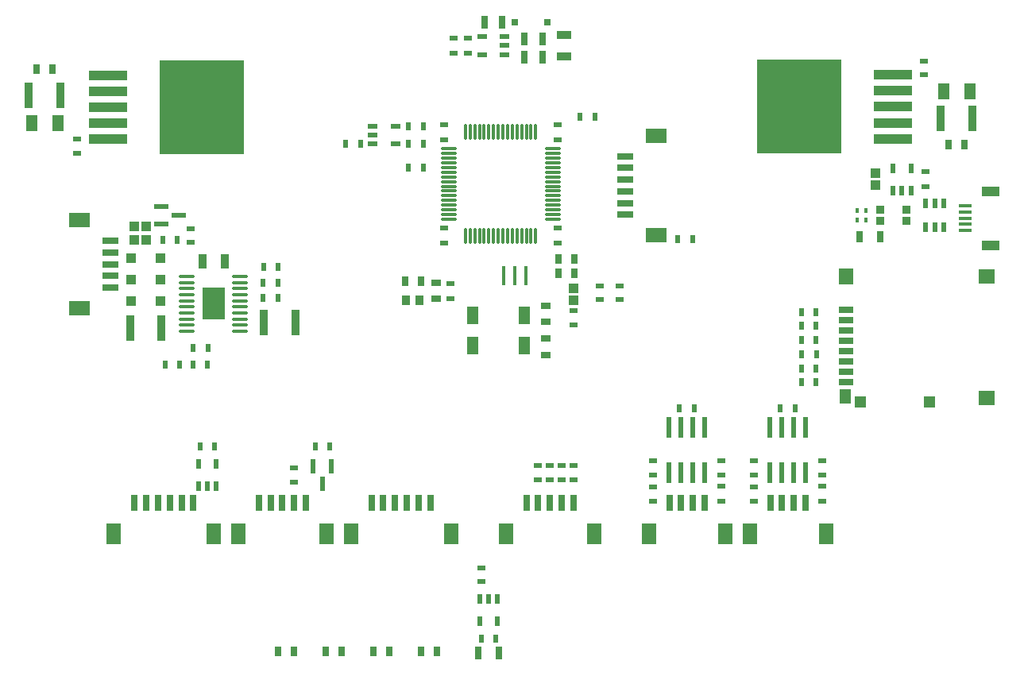
<source format=gbp>
G04 Layer_Color=128*
%FSLAX44Y44*%
%MOMM*%
G71*
G01*
G75*
%ADD11R,0.5500X0.9500*%
%ADD32R,1.6000X2.2000*%
%ADD33R,0.7000X1.8000*%
%ADD34R,1.9000X1.0000*%
%ADD35R,1.3500X0.4000*%
%ADD36R,1.5000X0.8000*%
%ADD37R,1.3000X1.2900*%
%ADD38R,1.3000X1.6000*%
%ADD39R,1.5000X1.7000*%
%ADD40R,1.7000X1.5000*%
%ADD41R,1.8000X0.7000*%
%ADD42R,2.2000X1.6000*%
%ADD43R,0.4000X2.1000*%
%ADD44R,0.9500X0.5500*%
%ADD45R,0.9500X0.5000*%
%ADD46R,0.6000X2.2000*%
%ADD47R,0.5000X0.9500*%
%ADD48R,0.6000X1.1000*%
%ADD49R,0.6000X1.0500*%
%ADD50R,0.9000X0.9000*%
%ADD51R,0.7500X1.3000*%
%ADD52R,0.4000X0.6000*%
%ADD53R,1.0000X1.0000*%
%ADD54R,0.6500X1.0500*%
%ADD55R,0.9500X2.8000*%
%ADD56R,1.3000X1.8000*%
%ADD57R,9.1000X10.0500*%
%ADD58R,4.1500X1.0000*%
%ADD59R,1.5500X0.9500*%
%ADD60R,0.7000X1.4000*%
%ADD61R,1.0500X0.6000*%
%ADD62R,0.8000X0.6500*%
%ADD63O,0.3000X1.8000*%
%ADD64O,1.8000X0.3000*%
%ADD65R,1.0500X0.6500*%
%ADD66R,1.3000X1.9000*%
%ADD67R,0.9000X1.0500*%
%ADD68O,1.7000X0.3500*%
%ADD69R,2.4000X3.4000*%
%ADD70R,0.9500X1.5500*%
%ADD71R,1.0000X1.1000*%
%ADD72R,1.5000X0.5500*%
%ADD73R,1.0000X1.0000*%
%ADD74R,0.5500X1.5000*%
%ADD75R,0.7500X1.4500*%
D11*
X205000Y141000D02*
D03*
X189000D02*
D03*
X314250Y-38750D02*
D03*
X298250D02*
D03*
X206750D02*
D03*
X190750D02*
D03*
X320500Y18600D02*
D03*
X336500D02*
D03*
X101000Y272000D02*
D03*
X85000D02*
D03*
X-98500Y217500D02*
D03*
X-82500D02*
D03*
Y242500D02*
D03*
X-98500D02*
D03*
Y261500D02*
D03*
X-82500D02*
D03*
X-149500Y242500D02*
D03*
X-165500D02*
D03*
X-237000Y78750D02*
D03*
X-253000D02*
D03*
X-237000Y95000D02*
D03*
X-253000D02*
D03*
X-312000Y25000D02*
D03*
X-328000D02*
D03*
D32*
X265500Y-173000D02*
D03*
X347000D02*
D03*
X158000D02*
D03*
X239500D02*
D03*
X-305500D02*
D03*
X-412000D02*
D03*
X-279500D02*
D03*
X-185500D02*
D03*
X-53000D02*
D03*
X-159500D02*
D03*
X5500D02*
D03*
X99500D02*
D03*
D33*
X325000Y-140000D02*
D03*
X312500D02*
D03*
X300000D02*
D03*
X287500D02*
D03*
X217500D02*
D03*
X205000D02*
D03*
X192500D02*
D03*
X180000D02*
D03*
X-377500D02*
D03*
X-365000D02*
D03*
X-352500D02*
D03*
X-340000D02*
D03*
X-327500D02*
D03*
X-390000D02*
D03*
X-207500D02*
D03*
X-220000D02*
D03*
X-232500D02*
D03*
X-245000D02*
D03*
X-257500D02*
D03*
X-125000D02*
D03*
X-112500D02*
D03*
X-100000D02*
D03*
X-87500D02*
D03*
X-75000D02*
D03*
X-137500D02*
D03*
X77500D02*
D03*
X65000D02*
D03*
X52500D02*
D03*
X40000D02*
D03*
X27500D02*
D03*
D34*
X522250Y134750D02*
D03*
Y192250D02*
D03*
D35*
X495250Y176500D02*
D03*
Y170000D02*
D03*
Y163500D02*
D03*
Y157000D02*
D03*
Y150500D02*
D03*
D36*
X368500Y-10900D02*
D03*
Y100D02*
D03*
Y11100D02*
D03*
Y22100D02*
D03*
Y33100D02*
D03*
Y44100D02*
D03*
Y55100D02*
D03*
Y66100D02*
D03*
D37*
X383500Y-32500D02*
D03*
X457500D02*
D03*
D38*
X367500Y-26400D02*
D03*
D39*
X368500Y101600D02*
D03*
D40*
X518000D02*
D03*
Y-28300D02*
D03*
D41*
X132550Y179650D02*
D03*
Y192150D02*
D03*
Y204650D02*
D03*
Y217150D02*
D03*
Y229650D02*
D03*
Y167150D02*
D03*
X-416000Y89500D02*
D03*
Y102000D02*
D03*
Y114500D02*
D03*
Y127000D02*
D03*
Y139500D02*
D03*
D42*
X165550Y251650D02*
D03*
Y145150D02*
D03*
X-449000Y161500D02*
D03*
Y67500D02*
D03*
D43*
X27000Y102000D02*
D03*
X15000D02*
D03*
X3000D02*
D03*
D44*
X342500Y-138000D02*
D03*
Y-122000D02*
D03*
X235000Y-138000D02*
D03*
Y-122000D02*
D03*
X453190Y196850D02*
D03*
Y212850D02*
D03*
X-35000Y339500D02*
D03*
Y355500D02*
D03*
X-50000Y339500D02*
D03*
Y355500D02*
D03*
X60500Y247000D02*
D03*
Y263000D02*
D03*
X-60500Y263000D02*
D03*
Y247000D02*
D03*
X60500Y137000D02*
D03*
Y153000D02*
D03*
X-60500Y153000D02*
D03*
Y137000D02*
D03*
X-53500Y94000D02*
D03*
Y78000D02*
D03*
D45*
X342500Y-95000D02*
D03*
Y-110000D02*
D03*
X270000Y-123000D02*
D03*
Y-138000D02*
D03*
X270000Y-95000D02*
D03*
Y-110000D02*
D03*
X235000Y-95000D02*
D03*
Y-110000D02*
D03*
X162500Y-123000D02*
D03*
Y-138000D02*
D03*
X162500Y-95000D02*
D03*
Y-110000D02*
D03*
X451250Y331250D02*
D03*
Y316250D02*
D03*
X-451250Y233000D02*
D03*
Y248000D02*
D03*
X127000Y76500D02*
D03*
Y91500D02*
D03*
X106000D02*
D03*
Y76500D02*
D03*
X78000Y50000D02*
D03*
Y65000D02*
D03*
X-330000Y152500D02*
D03*
Y137500D02*
D03*
X-220000Y-102500D02*
D03*
Y-117500D02*
D03*
X77500Y-115000D02*
D03*
Y-100000D02*
D03*
X65000Y-115000D02*
D03*
Y-100000D02*
D03*
X52500Y-115000D02*
D03*
Y-100000D02*
D03*
X40000Y-115000D02*
D03*
Y-100000D02*
D03*
X-20200Y-209000D02*
D03*
Y-224000D02*
D03*
D46*
X179700Y-59750D02*
D03*
X192400D02*
D03*
X205100D02*
D03*
X217800D02*
D03*
X179700Y-107750D02*
D03*
X192400D02*
D03*
X205100D02*
D03*
X217800D02*
D03*
X287200Y-59750D02*
D03*
X299900D02*
D03*
X312600D02*
D03*
X325300D02*
D03*
X287200Y-107750D02*
D03*
X299900D02*
D03*
X312600D02*
D03*
X325300D02*
D03*
D47*
X321000Y-11400D02*
D03*
X336000D02*
D03*
X321000Y3600D02*
D03*
X336000D02*
D03*
X321000Y33600D02*
D03*
X336000D02*
D03*
X321000Y48600D02*
D03*
X336000D02*
D03*
X321000Y63600D02*
D03*
X336000D02*
D03*
X-237500Y111250D02*
D03*
X-252500D02*
D03*
X-342500Y7500D02*
D03*
X-357500D02*
D03*
X-312500D02*
D03*
X-327500D02*
D03*
X-344750Y140500D02*
D03*
X-359750D02*
D03*
X-320000Y-80000D02*
D03*
X-305000D02*
D03*
X-182500Y-80000D02*
D03*
X-197500D02*
D03*
X-5200Y-285000D02*
D03*
X-20200D02*
D03*
D48*
X472250Y154250D02*
D03*
X462750D02*
D03*
X453250D02*
D03*
Y179250D02*
D03*
X462750D02*
D03*
X472250D02*
D03*
D49*
X437290Y192850D02*
D03*
X427790D02*
D03*
X418290D02*
D03*
Y216850D02*
D03*
X437290D02*
D03*
X-303000Y-122000D02*
D03*
X-312500D02*
D03*
X-322000D02*
D03*
Y-98000D02*
D03*
X-303000D02*
D03*
X-22200Y-266000D02*
D03*
X-3200D02*
D03*
Y-242000D02*
D03*
X-12700D02*
D03*
X-22200D02*
D03*
D50*
X432750Y172750D02*
D03*
X404750D02*
D03*
Y160750D02*
D03*
X432750D02*
D03*
D51*
X404500Y144000D02*
D03*
X382500D02*
D03*
D52*
X380110Y171830D02*
D03*
X389110D02*
D03*
X380110Y161670D02*
D03*
X389110D02*
D03*
D53*
X399850Y198600D02*
D03*
Y211100D02*
D03*
X78000Y88750D02*
D03*
Y76250D02*
D03*
D54*
X494500Y242000D02*
D03*
X477500D02*
D03*
X-494500Y322250D02*
D03*
X-477500D02*
D03*
X79000Y120000D02*
D03*
X62000D02*
D03*
X79000Y105000D02*
D03*
X62000D02*
D03*
X-85000Y96000D02*
D03*
X-102000D02*
D03*
X-84700Y-298450D02*
D03*
X-67700D02*
D03*
X-135500D02*
D03*
X-118500D02*
D03*
X-186300D02*
D03*
X-169300D02*
D03*
X-237100D02*
D03*
X-220100D02*
D03*
D55*
X502750Y270000D02*
D03*
X469250D02*
D03*
X-502750Y294250D02*
D03*
X-469250D02*
D03*
X-252000Y52750D02*
D03*
X-218500D02*
D03*
X-361500Y46250D02*
D03*
X-395000D02*
D03*
D56*
X500000Y299000D02*
D03*
X472000D02*
D03*
X-500000Y265250D02*
D03*
X-472000D02*
D03*
D57*
X318250Y282250D02*
D03*
X-318250Y282000D02*
D03*
D58*
X418250Y248250D02*
D03*
Y265250D02*
D03*
Y282250D02*
D03*
Y299250D02*
D03*
Y316250D02*
D03*
X-418250Y316000D02*
D03*
Y299000D02*
D03*
Y282000D02*
D03*
Y265000D02*
D03*
Y248000D02*
D03*
D59*
X67500Y335750D02*
D03*
Y359250D02*
D03*
D60*
X44500Y335000D02*
D03*
X25500D02*
D03*
X44500Y355000D02*
D03*
X25500D02*
D03*
X-17000Y372500D02*
D03*
X2000D02*
D03*
D61*
X-19500Y357000D02*
D03*
Y338000D02*
D03*
X4500D02*
D03*
Y347500D02*
D03*
Y357000D02*
D03*
X-136000Y242500D02*
D03*
Y252000D02*
D03*
Y261500D02*
D03*
X-112000D02*
D03*
Y242500D02*
D03*
D62*
X49500Y372500D02*
D03*
X15500D02*
D03*
D63*
X37500Y144500D02*
D03*
X32500D02*
D03*
X27500D02*
D03*
X22500D02*
D03*
X17500D02*
D03*
X12500D02*
D03*
X7500D02*
D03*
X2500D02*
D03*
X-2500D02*
D03*
X-7500D02*
D03*
X-12500D02*
D03*
X-17500D02*
D03*
X-22500D02*
D03*
X-27500D02*
D03*
X-32500D02*
D03*
X-37500D02*
D03*
Y255500D02*
D03*
X-32500D02*
D03*
X-27500D02*
D03*
X-22500D02*
D03*
X-17500D02*
D03*
X-12500D02*
D03*
X-7500D02*
D03*
X-2500D02*
D03*
X2500D02*
D03*
X7500D02*
D03*
X12500D02*
D03*
X17500D02*
D03*
X22500D02*
D03*
X27500D02*
D03*
X32500D02*
D03*
X37500D02*
D03*
D64*
X-55500Y162500D02*
D03*
Y167500D02*
D03*
Y172500D02*
D03*
Y177500D02*
D03*
Y182500D02*
D03*
Y187500D02*
D03*
Y192500D02*
D03*
Y197500D02*
D03*
Y202500D02*
D03*
Y207500D02*
D03*
Y212500D02*
D03*
Y217500D02*
D03*
Y222500D02*
D03*
Y227500D02*
D03*
Y232500D02*
D03*
Y237500D02*
D03*
X55500D02*
D03*
Y232500D02*
D03*
Y227500D02*
D03*
Y222500D02*
D03*
Y217500D02*
D03*
Y212500D02*
D03*
Y207500D02*
D03*
Y202500D02*
D03*
Y197500D02*
D03*
Y192500D02*
D03*
Y187500D02*
D03*
Y182500D02*
D03*
Y177500D02*
D03*
Y172500D02*
D03*
Y167500D02*
D03*
Y162500D02*
D03*
D65*
X48500Y35000D02*
D03*
Y18000D02*
D03*
Y70000D02*
D03*
Y53000D02*
D03*
X-68500Y94500D02*
D03*
Y77500D02*
D03*
D66*
X25500Y28000D02*
D03*
X-29500D02*
D03*
Y60000D02*
D03*
X25500D02*
D03*
D67*
X-100500Y76000D02*
D03*
X-86500D02*
D03*
D68*
X-277500Y101500D02*
D03*
Y95000D02*
D03*
Y88500D02*
D03*
Y82000D02*
D03*
Y75500D02*
D03*
Y69000D02*
D03*
Y62500D02*
D03*
Y56000D02*
D03*
Y49500D02*
D03*
Y43000D02*
D03*
X-334500Y101500D02*
D03*
Y95000D02*
D03*
Y88500D02*
D03*
Y82000D02*
D03*
Y75500D02*
D03*
Y69000D02*
D03*
Y62500D02*
D03*
Y56000D02*
D03*
Y49500D02*
D03*
Y43000D02*
D03*
D69*
X-306000Y72250D02*
D03*
D70*
X-317750Y117250D02*
D03*
X-294250D02*
D03*
D71*
X-362750Y75500D02*
D03*
X-393750D02*
D03*
X-362750Y98250D02*
D03*
X-393750D02*
D03*
X-362750Y121000D02*
D03*
X-393750D02*
D03*
D72*
X-361750Y157000D02*
D03*
Y176000D02*
D03*
X-342750Y166500D02*
D03*
D73*
X-390000Y140000D02*
D03*
X-377500D02*
D03*
X-390000Y155000D02*
D03*
X-377500D02*
D03*
D74*
X-190000Y-119500D02*
D03*
X-180500Y-100500D02*
D03*
X-199500D02*
D03*
D75*
X-23450Y-300000D02*
D03*
X-1950D02*
D03*
M02*

</source>
